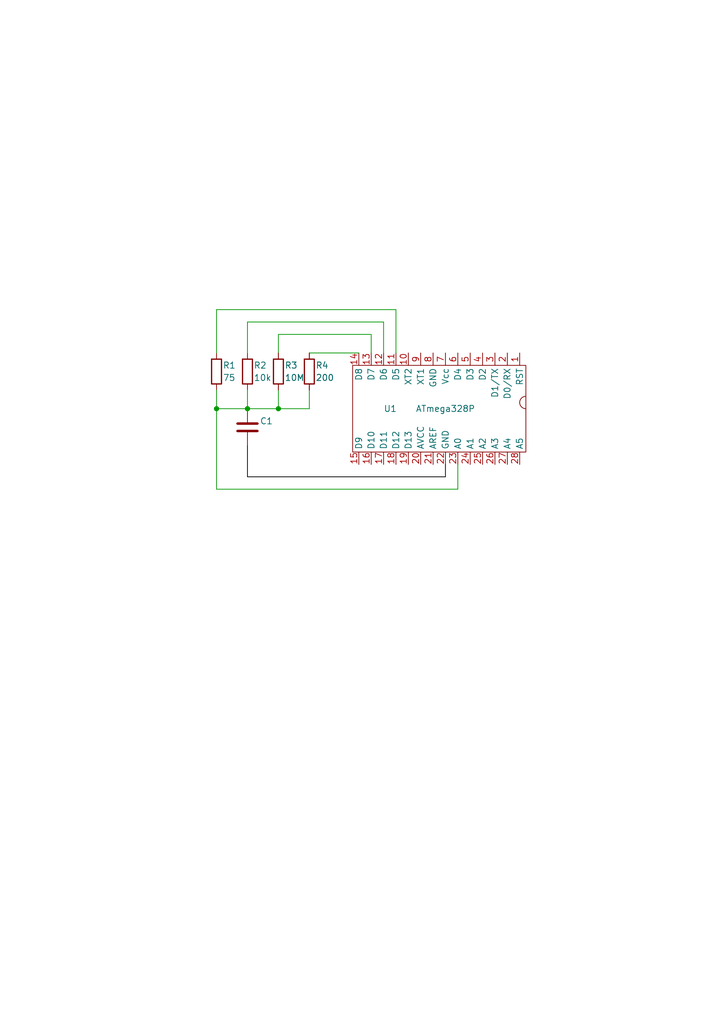
<source format=kicad_sch>
(kicad_sch (version 20230121) (generator eeschema)
  (paper "A5" portrait)
  (lib_symbols
    (symbol "Device:C" (pin_numbers hide) (pin_names (offset 0.254))
      (property "Reference" "C" (at 0.635 2.54 0))
      (property "Value" "C" (at 0.635 -2.54 0))
      (symbol "C_0_1"
        (polyline (pts (xy -2.032 -0.762) (xy 2.032 -0.762)) (stroke (width 0.508)))
        (polyline (pts (xy -2.032 0.762) (xy 2.032 0.762)) (stroke (width 0.508)))
      )
      (symbol "C_1_1"
        (pin passive line (at 0 3.81 270) (length 2.794) (name "~") (number "1"))
        (pin passive line (at 0 -3.81 90) (length 2.794) (name "~") (number "2"))
      )
    )
    (symbol "Device:R" (pin_numbers hide) (pin_names (offset 0))
      (property "Reference" "R" (at 2.032 0 90))
      (property "Value" "R" (at 0 0 90))
      (symbol "R_0_1"
        (rectangle (start -1.016 -2.54) (end 1.016 2.54) (stroke (width 0.254)))
      )
      (symbol "R_1_1"
        (pin passive line (at 0 3.81 270) (length 1.27) (name "~") (number "1"))
        (pin passive line (at 0 -3.81 90) (length 1.27) (name "~") (number "2"))
      )
    )
    (symbol "Ore:ATmega328U_Duino"
      (property "Reference" "ATmega328P_arduino" (at 0 0 0))
      (symbol "ATmega328U_Duino_0_1"
        (arc (start -17.7799 11.4299) (mid -16.8819 11.8019) (end -16.5099 12.6999))
        (rectangle (start -17.78 22.86) (end 17.78 5.08))
        (arc (start -16.5099 12.7001) (mid -16.8819 13.5981) (end -17.7799 13.9701))
      )
      (symbol "ATmega328U_Duino_1_1"
        (pin input line (at -16.51 2.54 90) (length 2.54) (name "RST") (number "1"))
        (pin input line (at 6.35 2.54 90) (length 2.54) (name "XT2") (number "10"))
        (pin output line (at 8.89 2.54 90) (length 2.54) (name "D5") (number "11"))
        (pin output line (at 11.43 2.54 90) (length 2.54) (name "D6") (number "12"))
        (pin output line (at 13.97 2.54 90) (length 2.54) (name "D7") (number "13"))
        (pin output line (at 16.51 2.54 90) (length 2.54) (name "D8") (number "14"))
        (pin output line (at 16.51 25.4 270) (length 2.54) (name "D9") (number "15"))
        (pin output line (at 13.97 25.4 270) (length 2.54) (name "D10") (number "16"))
        (pin unspecified line (at 11.43 25.4 270) (length 2.54) (name "D11") (number "17"))
        (pin unspecified line (at 8.89 25.4 270) (length 2.54) (name "D12") (number "18"))
        (pin unspecified line (at 6.35 25.4 270) (length 2.54) (name "D13") (number "19"))
        (pin output line (at -13.97 2.54 90) (length 2.54) (name "D0/RX") (number "2"))
        (pin unspecified line (at 3.81 25.4 270) (length 2.54) (name "AVCC") (number "20"))
        (pin unspecified line (at 1.27 25.4 270) (length 2.54) (name "AREF") (number "21"))
        (pin unspecified line (at -1.27 25.4 270) (length 2.54) (name "GND") (number "22"))
        (pin unspecified line (at -3.81 25.4 270) (length 2.54) (name "A0") (number "23"))
        (pin unspecified line (at -6.35 25.4 270) (length 2.54) (name "A1") (number "24"))
        (pin unspecified line (at -8.89 25.4 270) (length 2.54) (name "A2") (number "25"))
        (pin unspecified line (at -11.43 25.4 270) (length 2.54) (name "A3") (number "26"))
        (pin unspecified line (at -13.97 25.4 270) (length 2.54) (name "A4") (number "27"))
        (pin unspecified line (at -16.51 25.4 270) (length 2.54) (name "A5") (number "28"))
        (pin output line (at -11.43 2.54 90) (length 2.54) (name "D1/TX") (number "3"))
        (pin output line (at -8.89 2.54 90) (length 2.54) (name "D2") (number "4"))
        (pin output line (at -6.35 2.54 90) (length 2.54) (name "D3") (number "5"))
        (pin output line (at -3.81 2.54 90) (length 2.54) (name "D4") (number "6"))
        (pin power_in line (at -1.27 2.54 90) (length 2.54) (name "Vcc") (number "7"))
        (pin power_out line (at 1.27 2.54 90) (length 2.54) (name "GND") (number "8"))
        (pin input line (at 3.81 2.54 90) (length 2.54) (name "XT1") (number "9"))
      )
    )
  )
  (junction (at 50.8 83.82))
  (junction (at 44.45 83.82))
  (junction (at 57.15 83.82))
  (wire (pts (xy 78.74 72.39) (xy 78.74 66.04)))
  (wire (pts (xy 91.44 97.79) (xy 50.8 97.79)) (stroke (width 0) (color 0 0 0 1)))
  (wire (pts (xy 57.15 80.01) (xy 57.15 83.82)))
  (wire (pts (xy 50.8 66.04) (xy 50.8 72.39)))
  (wire (pts (xy 81.28 63.5) (xy 44.45 63.5)))
  (wire (pts (xy 57.15 83.82) (xy 50.8 83.82)))
  (wire (pts (xy 81.28 72.39) (xy 81.28 63.5)))
  (wire (pts (xy 57.15 68.58) (xy 57.15 72.39)))
  (wire (pts (xy 44.45 63.5) (xy 44.45 72.39)))
  (wire (pts (xy 50.8 80.01) (xy 50.8 83.82)))
  (wire (pts (xy 44.45 80.01) (xy 44.45 83.82)))
  (wire (pts (xy 50.8 97.79) (xy 50.8 91.44)) (stroke (width 0) (color 0 0 0 1)))
  (wire (pts (xy 76.2 72.39) (xy 76.2 68.58)))
  (wire (pts (xy 44.45 100.33) (xy 44.45 83.82)))
  (wire (pts (xy 76.2 68.58) (xy 57.15 68.58)))
  (wire (pts (xy 78.74 66.04) (xy 50.8 66.04)))
  (wire (pts (xy 63.5 72.39) (xy 73.66 72.39)))
  (wire (pts (xy 44.45 83.82) (xy 50.8 83.82)))
  (wire (pts (xy 63.5 80.01) (xy 63.5 83.82)))
  (wire (pts (xy 93.98 95.25) (xy 93.98 100.33)))
  (wire (pts (xy 93.98 100.33) (xy 44.45 100.33)))
  (wire (pts (xy 57.15 83.82) (xy 63.5 83.82)))
  (wire (pts (xy 91.44 95.25) (xy 91.44 97.79)) (stroke (width 0) (color 0 0 0 1)))
  (symbol (lib_id "Device:C") (at 50.8 87.63 0) (unit 1)
    (property "Reference" "C1" (at 53.34 86.36 0) (effects (justify left)))
    (property "Value" "Any" (effects hide))
  )
  (symbol (lib_id "Device:R") (at 44.45 76.2 0) (unit 1)
    (property "Reference" "R1" (at 45.72 74.93 0) (effects (justify left)))
    (property "Value" "75" (at 45.72 77.47 0) (effects (justify left)))
  )
  (symbol (lib_id "Ore:ATmega328U_Duino") (at 90.17 69.85 180) (unit 1)
    (property "Reference" "U1" (at 78.74 83.82 0) (effects (justify right)))
    (property "Value" "ATmega328P" (at 91.44 83.82 0))
  )
  (symbol (lib_id "Device:R") (at 63.5 76.2 0) (unit 1)
    (property "Reference" "R4" (at 64.77 74.93 0) (effects (justify left)))
    (property "Value" "200" (at 64.77 77.47 0) (effects (justify left)))
  )
  (symbol (lib_id "Device:R") (at 57.15 76.2 0) (unit 1)
    (property "Reference" "R3" (at 58.42 74.93 0) (effects (justify left)))
    (property "Value" "10M" (at 58.42 77.47 0) (effects (justify left)))
  )
  (symbol (lib_id "Device:R") (at 50.8 76.2 0) (unit 1)
    (property "Reference" "R2" (at 52.07 74.93 0) (effects (justify left)))
    (property "Value" "10k" (at 52.07 77.47 0) (effects (justify left)))
  )
)
</source>
